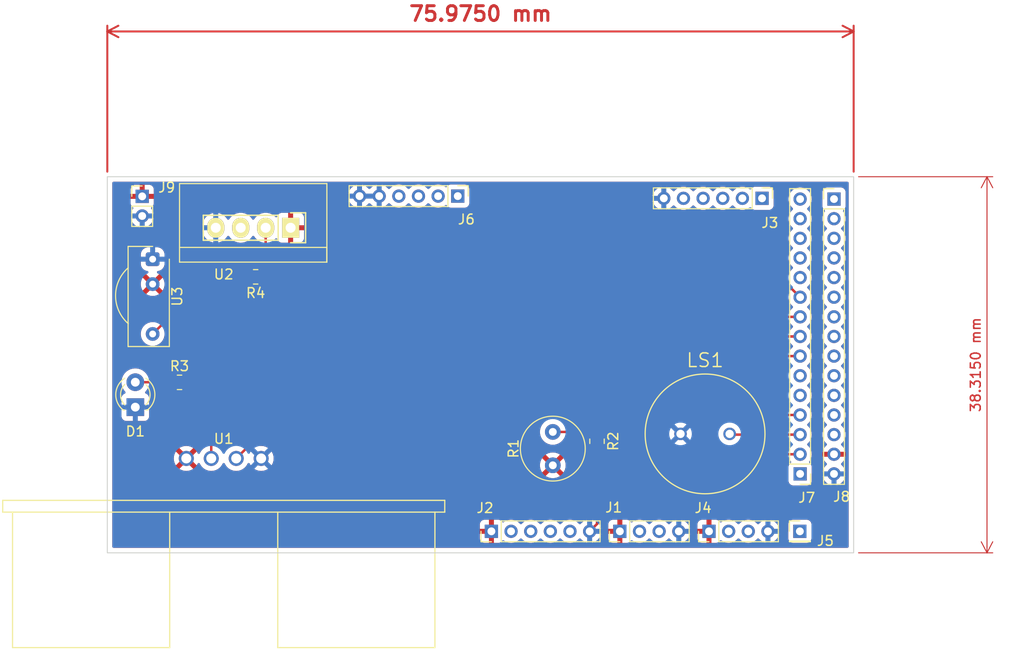
<source format=kicad_pcb>
(kicad_pcb (version 20211014) (generator pcbnew)
  (layers (0 "F.Cu" signal) (31 "B.Cu" signal) (34 "B.Paste" user) (35 "F.Paste" user) (36 "B.SilkS" user "B.Silkscreen") (37 "F.SilkS" user "F.Silkscreen") (38 "B.Mask" user) (39 "F.Mask" user) (44 "Edge.Cuts" user))
  (net 0 "")
  (net 1 "+5V")
  (net 2 "IO.TX")
  (net 3 "IO.RX")
  (net 4 "GND")
  (net 5 "IO.SCK")
  (net 6 "IO.CSB")
  (net 7 "IO.SDI")
  (net 8 "IO.SDO")
  (net 9 "+3.3V")
  (net 10 "F.IO0")
  (net 11 "F.IO1")
  (net 12 "F.CLK")
  (net 13 "F.CSB")
  (net 14 "IO11")
  (net 15 "IO12")
  (net 16 "IO7")
  (net 17 "+1V8")
  (net 18 "IO8")
  (net 19 "IO9")
  (net 20 "IO10")
  (net 21 "IO17")
  (net 22 "IO18")
  (net 23 "IO19")
  (net 24 "IO20")
  (net 25 "IO21")
  (net 26 "IO22")
  (net 27 "IO23")
  (net 28 "IO24")
  (net 29 "IO25")
  (net 30 "IO26")
  (net 31 "IO27")
  (net 32 "IO28")
  (net 33 "IO29")
  (net 34 "IO30")
  (net 35 "IO31")
  (net 36 "IO32")
  (net 37 "IO33")
  (net 38 "IO34")
  (net 39 "IO35")
  (net 40 "IO36")
  (net 41 "IO37")
  (net 43 "Net-(D1-Pad2)")
  (footprint "Resistor_SMD:R_0805_2012Metric_Pad1.20x1.40mm_HandSolder" (layer "F.Cu") (at 104.75 80.5 180)
    (fp_text reference "R4" (at 0 -1.65) (layer "F.SilkS"))
    (fp_text value "10K")
    (fp_line (start -0.227064 -0.735) (end 0.227064 -0.735) (layer "F.SilkS") (width 0.12))
    (fp_line (start -0.227064 0.735) (end 0.227064 0.735) (layer "F.SilkS") (width 0.12))
    (pad "1" smd roundrect (at -1 0 180) (size 1.2 1.4) (layers "F.Cu" "F.Paste" "F.Mask") (roundrect_rratio 0.208333) (net 24 "IO20"))
    (pad "2" smd roundrect (at 1 0 180) (size 1.2 1.4) (layers "F.Cu" "F.Paste" "F.Mask") (roundrect_rratio 0.208333) (net 1 "+5V"))
  )
  (footprint "Connector_PinHeader_2.00mm:PinHeader_1x04_P2.00mm_Vertical" (layer "F.Cu") (at 150.9 106.425 90)
    (fp_text reference "J4" (at 2.375 -0.6 180) (layer "F.SilkS"))
    (fp_text value "Conn_01x04_Male")
    (fp_line (start -1.06 0) (end -1.06 -1.06) (layer "F.SilkS") (width 0.12))
    (fp_line (start -1.06 7.06) (end 1.06 7.06) (layer "F.SilkS") (width 0.12))
    (fp_line (start 1.06 1) (end 1.06 7.06) (layer "F.SilkS") (width 0.12))
    (fp_line (start -1.06 1) (end 1.06 1) (layer "F.SilkS") (width 0.12))
    (fp_line (start -1.06 1) (end -1.06 7.06) (layer "F.SilkS") (width 0.12))
    (fp_line (start -1.06 -1.06) (end 0 -1.06) (layer "F.SilkS") (width 0.12))
    (pad "1" thru_hole rect (at 0 0 90) (size 1.35 1.35) (drill 0.8) (layers *.Cu *.Mask) (net 1 "+5V"))
    (pad "2" thru_hole oval (at 0 2 90) (size 1.35 1.35) (drill 0.8) (layers *.Cu *.Mask) (net 14 "IO11"))
    (pad "3" thru_hole oval (at 0 4 90) (size 1.35 1.35) (drill 0.8) (layers *.Cu *.Mask) (net 15 "IO12"))
    (pad "4" thru_hole oval (at 0 6 90) (size 1.35 1.35) (drill 0.8) (layers *.Cu *.Mask) (net 4 "GND"))
  )
  (footprint "OptoDevice:Vishay_CAST-3Pin" (layer "F.Cu") (at 94.265 78.7 -90)
    (fp_text reference "U3" (at 3.8 -2.5 90) (layer "F.SilkS"))
    (fp_text value "TSOP1738")
    (fp_line (start 0.9 2.5) (end 6.6 2.5) (layer "F.SilkS") (width 0.12))
    (fp_line (start -1.3 0) (end -1.3 2.5) (layer "F.SilkS") (width 0.12))
    (fp_line (start -1.3 2.5) (end 0.9 2.5) (layer "F.SilkS") (width 0.12))
    (fp_line (start 8.9 2.5) (end 8.9 -1.7) (layer "F.SilkS") (width 0.12))
    (fp_line (start 6.5 2.5) (end 8.9 2.5) (layer "F.SilkS") (width 0.12))
    (fp_line (start 8.9 -1.7) (end 0 -1.7) (layer "F.SilkS") (width 0.12))
    (fp_arc (start 6.55 2.5) (mid 3.722825 3.776095) (end 0.893744 2.504232) (layer "F.SilkS") (width 0.12))
    (pad "1" thru_hole roundrect (at 0 0 270) (size 1.4 1.4) (drill 0.7) (layers *.Cu *.Mask) (roundrect_rratio 0.178) (net 4 "GND"))
    (pad "2" thru_hole circle (at 2.54 0 270) (size 1.4 1.4) (drill 0.7) (layers *.Cu *.Mask) (net 1 "+5V"))
    (pad "3" thru_hole circle (at 7.62 0 270) (size 1.4 1.4) (drill 0.7) (layers *.Cu *.Mask) (net 23 "IO19"))
  )
  (footprint "Resistor_SMD:R_0805_2012Metric_Pad1.20x1.40mm_HandSolder" (layer "F.Cu") (at 97 91.25)
    (fp_text reference "R3" (at 0 -1.65) (layer "F.SilkS"))
    (fp_text value "100")
    (fp_line (start -0.227064 -0.735) (end 0.227064 -0.735) (layer "F.SilkS") (width 0.12))
    (fp_line (start -0.227064 0.735) (end 0.227064 0.735) (layer "F.SilkS") (width 0.12))
    (pad "1" smd roundrect (at -1 0) (size 1.2 1.4) (layers "F.Cu" "F.Paste" "F.Mask") (roundrect_rratio 0.208333) (net 43 "Net-(D1-Pad2)"))
    (pad "2" smd roundrect (at 1 0) (size 1.2 1.4) (layers "F.Cu" "F.Paste" "F.Mask") (roundrect_rratio 0.208333) (net 22 "IO18"))
  )
  (footprint "LED_THT:LED_D3.0mm_IRBlack" (layer "F.Cu") (at 92.5 93.775 90)
    (fp_text reference "D1" (at -2.475 0 180) (layer "F.SilkS"))
    (fp_text value "IR204A")
    (fp_line (start -0.29 1.08) (end -0.29 1.236) (layer "F.SilkS") (width 0.12))
    (fp_line (start -0.29 -1.236) (end -0.29 -1.08) (layer "F.SilkS") (width 0.12))
    (fp_arc (start -0.29 -1.235516) (mid 1.366487 -1.987659) (end 2.942335 -1.078608) (layer "F.SilkS") (width 0.12))
    (fp_arc (start 2.942335 1.078608) (mid 1.366487 1.987659) (end -0.29 1.235516) (layer "F.SilkS") (width 0.12))
    (fp_arc (start 0.229039 -1.08) (mid 1.270117 -1.5) (end 2.31113 -1.079837) (layer "F.SilkS") (width 0.12))
    (fp_arc (start 2.31113 1.079837) (mid 1.270117 1.5) (end 0.229039 1.08) (layer "F.SilkS") (width 0.12))
    (pad "1" thru_hole rect (at 0 0 90) (size 1.8 1.8) (drill 0.9) (layers *.Cu *.Mask) (net 4 "GND"))
    (pad "2" thru_hole circle (at 2.54 0 90) (size 1.8 1.8) (drill 0.9) (layers *.Cu *.Mask) (net 43 "Net-(D1-Pad2)"))
  )
  (footprint "Sensor:HC-SR04" (layer "F.Cu") (at 101.5 99)
    (fp_text reference "U1" (at 0 -2) (layer "F.SilkS") (effects (font (size 1.00052 1.00052))))
    (fp_text value "HC-SR04")
    (fp_line (start 21.5 5.47) (end 5.5 5.47) (layer "F.SilkS") (width 0.127))
    (fp_line (start 5.5 5.47) (end 5.5 19.27) (layer "F.SilkS") (width 0.127))
    (fp_line (start -21.5 5.47) (end -21.5 19.27) (layer "F.SilkS") (width 0.127))
    (fp_line (start 5.5 19.27) (end 21.5 19.27) (layer "F.SilkS") (width 0.127))
    (fp_line (start 22.5 5.47) (end 21.5 5.47) (layer "F.SilkS") (width 0.127))
    (fp_line (start -22.5 5.47) (end -22.5 4.27) (layer "F.SilkS") (width 0.127))
    (fp_line (start -5.5 5.47) (end -5.5 19.27) (layer "F.SilkS") (width 0.127))
    (fp_line (start -21.5 5.47) (end -22.5 5.47) (layer "F.SilkS") (width 0.127))
    (fp_line (start -22.5 4.27) (end 22.5 4.27) (layer "F.SilkS") (width 0.127))
    (fp_line (start 22.5 4.27) (end 22.5 5.47) (layer "F.SilkS") (width 0.127))
    (fp_line (start 21.5 5.47) (end 21.5 19.27) (layer "F.SilkS") (width 0.127))
    (fp_line (start -21.5 19.27) (end -5.5 19.27) (layer "F.SilkS") (width 0.127))
    (fp_line (start -5.5 5.47) (end -21.5 5.47) (layer "F.SilkS") (width 0.127))
    (fp_line (start 5.5 5.47) (end -5.5 5.47) (layer "F.SilkS") (width 0.127))
    (pad "1" thru_hole circle (at -3.81 0) (size 1.53 1.53) (drill 1.02) (layers *.Cu *.Mask) (net 1 "+5V"))
    (pad "2" thru_hole circle (at -1.27 0) (size 1.53 1.53) (drill 1.02) (layers *.Cu *.Mask) (net 21 "IO17"))
    (pad "3" thru_hole circle (at 1.27 0) (size 1.53 1.53) (drill 1.02) (layers *.Cu *.Mask) (net 20 "IO10"))
    (pad "4" thru_hole circle (at 3.81 0) (size 1.53 1.53) (drill 1.02) (layers *.Cu *.Mask) (net 4 "GND"))
  )
  (footprint "Connector_PinHeader_2.00mm:PinHeader_1x04_P2.00mm_Vertical" (layer "F.Cu") (at 141.825 106.425 90)
    (fp_text reference "J1" (at 2.425 -0.625 180) (layer "F.SilkS"))
    (fp_text value "Conn_01x04_Male")
    (fp_line (start -1.06 1) (end -1.06 7.06) (layer "F.SilkS") (width 0.12))
    (fp_line (start -1.06 1) (end 1.06 1) (layer "F.SilkS") (width 0.12))
    (fp_line (start -1.06 0) (end -1.06 -1.06) (layer "F.SilkS") (width 0.12))
    (fp_line (start 1.06 1) (end 1.06 7.06) (layer "F.SilkS") (width 0.12))
    (fp_line (start -1.06 7.06) (end 1.06 7.06) (layer "F.SilkS") (width 0.12))
    (fp_line (start -1.06 -1.06) (end 0 -1.06) (layer "F.SilkS") (width 0.12))
    (pad "1" thru_hole rect (at 0 0 90) (size 1.35 1.35) (drill 0.8) (layers *.Cu *.Mask) (net 1 "+5V"))
    (pad "2" thru_hole oval (at 0 2 90) (size 1.35 1.35) (drill 0.8) (layers *.Cu *.Mask) (net 2 "IO.TX"))
    (pad "3" thru_hole oval (at 0 4 90) (size 1.35 1.35) (drill 0.8) (layers *.Cu *.Mask) (net 3 "IO.RX"))
    (pad "4" thru_hole oval (at 0 6 90) (size 1.35 1.35) (drill 0.8) (layers *.Cu *.Mask) (net 4 "GND"))
  )
  (footprint "Connector_PinHeader_2.00mm:PinHeader_1x06_P2.00mm_Vertical" (layer "F.Cu") (at 156.3 72.5 -90)
    (fp_text reference "J3" (at 2.5 -0.8 180) (layer "F.SilkS"))
    (fp_text value "Conn_01x06_Male")
    (fp_line (start -1.06 1) (end 1.06 1) (layer "F.SilkS") (width 0.12))
    (fp_line (start 1.06 1) (end 1.06 11.06) (layer "F.SilkS") (width 0.12))
    (fp_line (start -1.06 0) (end -1.06 -1.06) (layer "F.SilkS") (width 0.12))
    (fp_line (start -1.06 -1.06) (end 0 -1.06) (layer "F.SilkS") (width 0.12))
    (fp_line (start -1.06 11.06) (end 1.06 11.06) (layer "F.SilkS") (width 0.12))
    (fp_line (start -1.06 1) (end -1.06 11.06) (layer "F.SilkS") (width 0.12))
    (pad "1" thru_hole rect (at 0 0 270) (size 1.35 1.35) (drill 0.8) (layers *.Cu *.Mask) (net 9 "+3.3V"))
    (pad "2" thru_hole oval (at 0 2 270) (size 1.35 1.35) (drill 0.8) (layers *.Cu *.Mask) (net 10 "F.IO0"))
    (pad "3" thru_hole oval (at 0 4 270) (size 1.35 1.35) (drill 0.8) (layers *.Cu *.Mask) (net 11 "F.IO1"))
    (pad "4" thru_hole oval (at 0 6 270) (size 1.35 1.35) (drill 0.8) (layers *.Cu *.Mask) (net 12 "F.CLK"))
    (pad "5" thru_hole oval (at 0 8 270) (size 1.35 1.35) (drill 0.8) (layers *.Cu *.Mask) (net 13 "F.CSB"))
    (pad "6" thru_hole oval (at 0 10 270) (size 1.35 1.35) (drill 0.8) (layers *.Cu *.Mask) (net 4 "GND"))
  )
  (footprint "Connector_PinHeader_2.00mm:PinHeader_1x06_P2.00mm_Vertical" (layer "F.Cu") (at 125.325 72.275 -90)
    (fp_text reference "J6" (at 2.375 -0.875) (layer "F.SilkS"))
    (fp_text value "Conn_01x06_Male")
    (fp_line (start 1.06 1) (end 1.06 11.06) (layer "F.SilkS") (width 0.12))
    (fp_line (start -1.06 -1.06) (end 0 -1.06) (layer "F.SilkS") (width 0.12))
    (fp_line (start -1.06 1) (end 1.06 1) (layer "F.SilkS") (width 0.12))
    (fp_line (start -1.06 0) (end -1.06 -1.06) (layer "F.SilkS") (width 0.12))
    (fp_line (start -1.06 11.06) (end 1.06 11.06) (layer "F.SilkS") (width 0.12))
    (fp_line (start -1.06 1) (end -1.06 11.06) (layer "F.SilkS") (width 0.12))
    (pad "1" thru_hole rect (at 0 0 270) (size 1.35 1.35) (drill 0.8) (layers *.Cu *.Mask) (net 17 "+1V8"))
    (pad "2" thru_hole oval (at 0 2 270) (size 1.35 1.35) (drill 0.8) (layers *.Cu *.Mask) (net 17 "+1V8"))
    (pad "3" thru_hole oval (at 0 4 270) (size 1.35 1.35) (drill 0.8) (layers *.Cu *.Mask) (net 9 "+3.3V"))
    (pad "4" thru_hole oval (at 0 6 270) (size 1.35 1.35) (drill 0.8) (layers *.Cu *.Mask) (net 9 "+3.3V"))
    (pad "5" thru_hole oval (at 0 8 270) (size 1.35 1.35) (drill 0.8) (layers *.Cu *.Mask) (net 4 "GND"))
    (pad "6" thru_hole oval (at 0 10 270) (size 1.35 1.35) (drill 0.8) (layers *.Cu *.Mask) (net 4 "GND"))
  )
  (footprint "Connector_PinHeader_2.00mm:PinHeader_1x06_P2.00mm_Vertical" (layer "F.Cu") (at 128.75 106.425 90)
    (fp_text reference "J2" (at 2.375 -0.65 180) (layer "F.SilkS"))
    (fp_text value "Conn_01x06_Male")
    (fp_line (start -1.06 0) (end -1.06 -1.06) (layer "F.SilkS") (width 0.12))
    (fp_line (start -1.06 1) (end 1.06 1) (layer "F.SilkS") (width 0.12))
    (fp_line (start 1.06 1) (end 1.06 11.06) (layer "F.SilkS") (width 0.12))
    (fp_line (start -1.06 1) (end -1.06 11.06) (layer "F.SilkS") (width 0.12))
    (fp_line (start -1.06 -1.06) (end 0 -1.06) (layer "F.SilkS") (width 0.12))
    (fp_line (start -1.06 11.06) (end 1.06 11.06) (layer "F.SilkS") (width 0.12))
    (pad "1" thru_hole rect (at 0 0 90) (size 1.35 1.35) (drill 0.8) (layers *.Cu *.Mask) (net 1 "+5V"))
    (pad "2" thru_hole oval (at 0 2 90) (size 1.35 1.35) (drill 0.8) (layers *.Cu *.Mask) (net 5 "IO.SCK"))
    (pad "3" thru_hole oval (at 0 4 90) (size 1.35 1.35) (drill 0.8) (layers *.Cu *.Mask) (net 6 "IO.CSB"))
    (pad "4" thru_hole oval (at 0 6 90) (size 1.35 1.35) (drill 0.8) (layers *.Cu *.Mask) (net 7 "IO.SDI"))
    (pad "5" thru_hole oval (at 0 8 90) (size 1.35 1.35) (drill 0.8) (layers *.Cu *.Mask) (net 8 "IO.SDO"))
    (pad "6" thru_hole oval (at 0 10 90) (size 1.35 1.35) (drill 0.8) (layers *.Cu *.Mask) (net 4 "GND"))
  )
  (footprint "Connector_PinHeader_2.00mm:PinHeader_1x15_P2.00mm_Vertical" (layer "F.Cu") (at 160.175 100.575 180)
    (fp_text reference "J7" (at -0.675 -2.425) (layer "F.SilkS"))
    (fp_text value "Conn_01x15_Male")
    (fp_line (start -1.06 -1.06) (end 0 -1.06) (layer "F.SilkS") (width 0.12))
    (fp_line (start -1.06 29.06) (end 1.06 29.06) (layer "F.SilkS") (width 0.12))
    (fp_line (start -1.06 1) (end 1.06 1) (layer "F.SilkS") (width 0.12))
    (fp_line (start -1.06 0) (end -1.06 -1.06) (layer "F.SilkS") (width 0.12))
    (fp_line (start 1.06 1) (end 1.06 29.06) (layer "F.SilkS") (width 0.12))
    (fp_line (start -1.06 1) (end -1.06 29.06) (layer "F.SilkS") (width 0.12))
    (pad "1" thru_hole rect (at 0 0 180) (size 1.35 1.35) (drill 0.8) (layers *.Cu *.Mask) (net 16 "IO7"))
    (pad "2" thru_hole oval (at 0 2 180) (size 1.35 1.35) (drill 0.8) (layers *.Cu *.Mask) (net 18 "IO8"))
    (pad "3" thru_hole oval (at 0 4 180) (size 1.35 1.35) (drill 0.8) (layers *.Cu *.Mask) (net 19 "IO9"))
    (pad "4" thru_hole oval (at 0 6 180) (size 1.35 1.35) (drill 0.8) (layers *.Cu *.Mask) (net 20 "IO10"))
    (pad "5" thru_hole oval (at 0 8 180) (size 1.35 1.35) (drill 0.8) (layers *.Cu *.Mask) (net 14 "IO11"))
    (pad "6" thru_hole oval (at 0 10 180) (size 1.35 1.35) (drill 0.8) (layers *.Cu *.Mask) (net 15 "IO12"))
    (pad "7" thru_hole oval (at 0 12 180) (size 1.35 1.35) (drill 0.8) (layers *.Cu *.Mask) (net 21 "IO17"))
    (pad "8" thru_hole oval (at 0 14 180) (size 1.35 1.35) (drill 0.8) (layers *.Cu *.Mask) (net 22 "IO18"))
    (pad "9" thru_hole oval (at 0 16 180) (size 1.35 1.35) (drill 0.8) (layers *.Cu *.Mask) (net 23 "IO19"))
    (pad "10" thru_hole oval (at 0 18 180) (size 1.35 1.35) (drill 0.8) (layers *.Cu *.Mask) (net 24 "IO20"))
    (pad "11" thru_hole oval (at 0 20 180) (size 1.35 1.35) (drill 0.8) (layers *.Cu *.Mask) (net 25 "IO21"))
    (pad "12" thru_hole oval (at 0 22 180) (size 1.35 1.35) (drill 0.8) (layers *.Cu *.Mask) (net 26 "IO22"))
    (pad "13" thru_hole oval (at 0 24 180) (size 1.35 1.35) (drill 0.8) (layers *.Cu *.Mask) (net 27 "IO23"))
    (pad "14" thru_hole oval (at 0 26 180) (size 1.35 1.35) (drill 0.8) (layers *.Cu *.Mask) (net 28 "IO24"))
    (pad "15" thru_hole oval (at 0 28 180) (size 1.35 1.35) (drill 0.8) (layers *.Cu *.Mask) (net 29 "IO25"))
  )
  (footprint "Sensor:DHT22_Temperature_Humidity" (layer "F.Cu") (at 104.5 75.5 180)
    (fp_text reference "U2" (at 3 -4.75) (layer "F.SilkS"))
    (fp_text value "DHT22")
    (fp_line (start 7.5 4.5) (end -7.5 4.5) (layer "F.SilkS") (width 0.12))
    (fp_line (start 5.08 1.27) (end -2.54 1.27) (layer "F.SilkS") (width 0.15))
    (fp_line (start -2.54 -1.27) (end 5.08 -1.27) (layer "F.SilkS") (width 0.15))
    (fp_line (start -7.5 4.5) (end -7.5 -3.5) (layer "F.SilkS") (width 0.12))
    (fp_line (start -2.54 1.27) (end -2.54 -1.27) (layer "F.SilkS") (width 0.15))
    (fp_line (start -7.5 -3.5) (end -7.5 -2) (layer "F.SilkS") (width 0.12))
    (fp_line (start -7.5 -2) (end 7.5 -2) (layer "F.SilkS") (width 0.12))
    (fp_line (start -3.81 -1.524) (end -5.334 -1.524) (layer "F.SilkS") (width 0.15))
    (fp_line (start -5.334 1.524) (end -3.81 1.524) (layer "F.SilkS") (width 0.15))
    (fp_line (start -7.5 -3.5) (end 7.5 -3.5) (layer "F.SilkS") (width 0.12))
    (fp_line (start -5.334 -1.524) (end -5.334 1.524) (layer "F.SilkS") (width 0.15))
    (fp_line (start 5.08 -1.27) (end 5.08 1.27) (layer "F.SilkS") (width 0.15))
    (fp_line (start 7.5 -3.5) (end 7.5 4.5) (layer "F.SilkS") (width 0.12))
    (pad "1" thru_hole rect (at -3.81 0 270) (size 2.032 1.7272) (drill 1.016) (layers *.Cu *.Mask "F.SilkS") (net 1 "+5V"))
    (pad "2" thru_hole oval (at -1.27 0 270) (size 2.032 1.7272) (drill 1.016) (layers *.Cu *.Mask "F.SilkS") (net 24 "IO20"))
    (pad "3" thru_hole oval (at 1.27 0 270) (size 2.032 1.7272) (drill 1.016) (layers *.Cu *.Mask "F.SilkS"))
    (pad "4" thru_hole oval (at 3.81 0 270) (size 2.032 1.7272) (drill 1.016) (layers *.Cu *.Mask "F.SilkS") (net 4 "GND"))
  )
  (footprint "Sensor:PS1240P02BT" (layer "F.Cu") (at 150.5 96.5 180)
    (fp_text reference "LS1" (at 0 7.5) (layer "F.SilkS") (effects (font (size 1.4 1.4))))
    (fp_text value "PS1240P02BT")
    (fp_circle (center 0 0) (end 6.1 0) (layer "F.SilkS") (width 0.127) (fill none))
    (pad "1" thru_hole circle (at -2.5 0 180) (size 1.28 1.28) (drill 0.85) (layers *.Cu *.Mask) (net 19 "IO9"))
    (pad "2" thru_hole circle (at 2.5 0 180) (size 1.28 1.28) (drill 0.85) (layers *.Cu *.Mask) (net 4 "GND"))
  )
  (footprint "OptoDevice:R_LDR_D6.4mm_P3.4mm_Vertical" (layer "F.Cu") (at 135 99.7 90)
    (fp_text reference "R1" (at 1.7 -4 90) (layer "F.SilkS"))
    (fp_text value "A1050")
    (fp_circle (center 1.7 0) (end 5 -0.1) (layer "F.SilkS") (width 0.12) (fill none))
    (pad "1" thru_hole circle (at 0 0 90) (size 1.6 1.6) (drill 0.8) (layers *.Cu *.Mask) (net 1 "+5V"))
    (pad "2" thru_hole circle (at 3.4 0 90) (size 1.6 1.6) (drill 0.8) (layers *.Cu *.Mask) (net 18 "IO8"))
  )
  (footprint "Connector_PinHeader_2.00mm:PinHeader_1x15_P2.00mm_Vertical" (layer "F.Cu") (at 163.625 72.575)
    (fp_text reference "J8" (at 0.775 30.325) (layer "F.SilkS"))
    (fp_text value "Conn_01x15_Male")
    (fp_line (start -1.06 1) (end 1.06 1) (layer "F.SilkS") (width 0.12))
    (fp_line (start 1.06 1) (end 1.06 29.06) (layer "F.SilkS") (width 0.12))
    (fp_line (start -1.06 -1.06) (end 0 -1.06) (layer "F.SilkS") (width 0.12))
    (fp_line (start -1.06 29.06) (end 1.06 29.06) (layer "F.SilkS") (width 0.12))
    (fp_line (start -1.06 1) (end -1.06 29.06) (layer "F.SilkS") (width 0.12))
    (fp_line (start -1.06 0) (end -1.06 -1.06) (layer "F.SilkS") (width 0.12))
    (pad "1" thru_hole rect (at 0 0) (size 1.35 1.35) (drill 0.8) (layers *.Cu *.Mask) (net 30 "IO26"))
    (pad "2" thru_hole oval (at 0 2) (size 1.35 1.35) (drill 0.8) (layers *.Cu *.Mask) (net 31 "IO27"))
    (pad "3" thru_hole oval (at 0 4) (size 1.35 1.35) (drill 0.8) (layers *.Cu *.Mask) (net 32 "IO28"))
    (pad "4" thru_hole oval (at 0 6) (size 1.35 1.35) (drill 0.8) (layers *.Cu *.Mask) (net 33 "IO29"))
    (pad "5" thru_hole oval (at 0 8) (size 1.35 1.35) (drill 0.8) (layers *.Cu *.Mask) (net 34 "IO30"))
    (pad "6" thru_hole oval (at 0 10) (size 1.35 1.35) (drill 0.8) (layers *.Cu *.Mask) (net 35 "IO31"))
    (pad "7" thru_hole oval (at 0 12) (size 1.35 1.35) (drill 0.8) (layers *.Cu *.Mask) (net 36 "IO32"))
    (pad "8" thru_hole oval (at 0 14) (size 1.35 1.35) (drill 0.8) (layers *.Cu *.Mask) (net 37 "IO33"))
    (pad "9" thru_hole oval (at 0 16) (size 1.35 1.35) (drill 0.8) (layers *.Cu *.Mask) (net 38 "IO34"))
    (pad "10" thru_hole oval (at 0 18) (size 1.35 1.35) (drill 0.8) (layers *.Cu *.Mask) (net 39 "IO35"))
    (pad "11" thru_hole oval (at 0 20) (size 1.35 1.35) (drill 0.8) (layers *.Cu *.Mask) (net 40 "IO36"))
    (pad "12" thru_hole oval (at 0 22) (size 1.35 1.35) (drill 0.8) (layers *.Cu *.Mask) (net 41 "IO37"))
    (pad "13" thru_hole oval (at 0 24) (size 1.35 1.35) (drill 0.8) (layers *.Cu *.Mask))
    (pad "14" thru_hole oval (at 0 26) (size 1.35 1.35) (drill 0.8) (layers *.Cu *.Mask) (net 1 "+5V"))
    (pad "15" thru_hole oval (at 0 28) (size 1.35 1.35) (drill 0.8) (layers *.Cu *.Mask) (net 4 "GND"))
  )
  (footprint "Connector_PinHeader_2.00mm:PinHeader_1x01_P2.00mm_Vertical" (layer "F.Cu") (at 160.15 106.425)
    (fp_text reference "J5" (at 2.6 0.975) (layer "F.SilkS"))
    (fp_text value "Conn_01x01_Male")
    (fp_line (start -1.06 1) (end -1.06 1.06) (layer "F.SilkS") (width 0.12))
    (fp_line (start 1.06 1) (end 1.06 1.06) (layer "F.SilkS") (width 0.12))
    (fp_line (start -1.06 1.06) (end 1.06 1.06) (layer "F.SilkS") (width 0.12))
    (fp_line (start -1.06 1) (end 1.06 1) (layer "F.SilkS") (width 0.12))
    (fp_line (start -1.06 0) (end -1.06 -1.06) (layer "F.SilkS") (width 0.12))
    (fp_line (start -1.06 -1.06) (end 0 -1.06) (layer "F.SilkS") (width 0.12))
    (pad "1" thru_hole rect (at 0 0) (size 1.35 1.35) (drill 0.8) (layers *.Cu *.Mask) (net 16 "IO7"))
  )
  (footprint "Resistor_SMD:R_0805_2012Metric_Pad1.20x1.40mm_HandSolder" (layer "F.Cu") (at 139.5 97.25 -90)
    (fp_text reference "R2" (at 0 -1.65 90) (layer "F.SilkS"))
    (fp_text value "10K")
    (fp_line (start -0.227064 0.735) (end 0.227064 0.735) (layer "F.SilkS") (width 0.12))
    (fp_line (start -0.227064 -0.735) (end 0.227064 -0.735) (layer "F.SilkS") (width 0.12))
    (pad "1" smd roundrect (at -1 0 270) (size 1.2 1.4) (layers "F.Cu" "F.Paste" "F.Mask") (roundrect_rratio 0.208333) (net 18 "IO8"))
    (pad "2" smd roundrect (at 1 0 270) (size 1.2 1.4) (layers "F.Cu" "F.Paste" "F.Mask") (roundrect_rratio 0.208333) (net 4 "GND"))
  )
  (footprint "Connector_PinHeader_2.00mm:PinHeader_1x02_P2.00mm_Vertical" (layer "F.Cu") (at 93.2 72.3)
    (fp_text reference "J9" (at 2.5 -0.9) (layer "F.SilkS"))
    (fp_text value "Conn_01x02_Male")
    (fp_line (start -1.06 1) (end -1.06 3.06) (layer "F.SilkS") (width 0.12))
    (fp_line (start -1.06 1) (end 1.06 1) (layer "F.SilkS") (width 0.12))
    (fp_line (start -1.06 -1.06) (end 0 -1.06) (layer "F.SilkS") (width 0.12))
    (fp_line (start -1.06 0) (end -1.06 -1.06) (layer "F.SilkS") (width 0.12))
    (fp_line (start 1.06 1) (end 1.06 3.06) (layer "F.SilkS") (width 0.12))
    (fp_line (start -1.06 3.06) (end 1.06 3.06) (layer "F.SilkS") (width 0.12))
    (pad "1" thru_hole rect (at 0 0) (size 1.35 1.35) (drill 0.8) (layers *.Cu *.Mask) (net 1 "+5V"))
    (pad "2" thru_hole oval (at 0 2) (size 1.35 1.35) (drill 0.8) (layers *.Cu *.Mask) (net 4 "GND"))
  )
  (gr_rect (start 89.65 70.3) (end 165.625 108.615) (layer "Edge.Cuts") (width 0.1) (fill none))
  (dimension (type aligned) (layer "F.Cu") (pts (xy 89.65 70.285) (xy 165.625 70.285)) (height -14.785) (gr_text "75.9750 mm" (at 127.6375 53.7) (layer "F.Cu") (effects (font (size 1.5 1.5) (thickness 0.3)))) (format (units 3) (units_format 1) (precision 4)) (style (thickness 0.2) (arrow_length 1.27) (text_position_mode 0) (extension_height 0.58642) (extension_offset 0.5) keep_text_aligned))
  (dimension (type aligned) (layer "F.Cu") (pts (xy 165.625 70.3) (xy 165.625 108.615)) (height -13.575) (gr_text "38.3150 mm" (at 178.05 89.4575 90) (layer "F.Cu") (effects (font (size 1 1) (thickness 0.15)))) (format (units 3) (units_format 1) (precision 4)) (style (thickness 0.1) (arrow_length 1.27) (text_position_mode 0) (extension_height 0.58642) (extension_offset 0.5) keep_text_aligned))
  (segment (start 139.5 98.25) (end 139.5 105.675) (width 0.25) (layer "F.Cu") (net 4))
  (segment (start 139.5 105.675) (end 138.75 106.425) (width 0.25) (layer "F.Cu") (net 4))
  (segment (start 135 96.3) (end 139.45 96.3) (width 0.25) (layer "F.Cu") (net 18))
  (segment (start 139.45 96.3) (end 139.5 96.25) (width 0.25) (layer "F.Cu") (net 18))
  (segment (start 141.825 98.575) (end 139.5 96.25) (width 0.25) (layer "F.Cu") (net 18))
  (segment (start 160.175 98.575) (end 141.825 98.575) (width 0.25) (layer "F.Cu") (net 18))
  (segment (start 153.075 96.575) (end 153 96.5) (width 0.25) (layer "F.Cu") (net 19))
  (segment (start 160.175 96.575) (end 153.075 96.575) (width 0.25) (layer "F.Cu") (net 19))
  (segment (start 102.77 99) (end 107.195 94.575) (width 0.25) (layer "F.Cu") (net 20))
  (segment (start 107.195 94.575) (end 160.175 94.575) (width 0.25) (layer "F.Cu") (net 20))
  (segment (start 109.175 88.575) (end 160.175 88.575) (width 0.25) (layer "F.Cu") (net 21))
  (segment (start 100.23 97.52) (end 109.175 88.575) (width 0.25) (layer "F.Cu") (net 21))
  (segment (start 100.23 99) (end 100.23 97.52) (width 0.25) (layer "F.Cu") (net 21))
  (segment (start 98 91.25) (end 102.675 86.575) (width 0.25) (layer "F.Cu") (net 22))
  (segment (start 102.675 86.575) (end 160.175 86.575) (width 0.25) (layer "F.Cu") (net 22))
  (segment (start 96.01 84.575) (end 94.265 86.32) (width 0.25) (layer "F.Cu") (net 23))
  (segment (start 160.175 84.575) (end 96.01 84.575) (width 0.25) (layer "F.Cu") (net 23))
  (segment (start 158.1 80.5) (end 160.175 82.575) (width 0.25) (layer "F.Cu") (net 24))
  (segment (start 105.77 75.5) (end 105.77 80.48) (width 0.25) (layer "F.Cu") (net 24))
  (segment (start 105.77 80.48) (end 105.75 80.5) (width 0.25) (layer "F.Cu") (net 24))
  (segment (start 105.75 80.5) (end 158.1 80.5) (width 0.25) (layer "F.Cu") (net 24))
  (segment (start 92.5 91.235) (end 95.985 91.235) (width 0.25) (layer "F.Cu") (net 43))
  (segment (start 95.985 91.235) (end 96 91.25) (width 0.25) (layer "F.Cu") (net 43))
  (zone (net 1) (net_name "+5V") (layer "F.Cu") (connect_pads (clearance 0.508)) (min_thickness 0.254) (fill yes (thermal_gap 0.508) (thermal_bridge_width 0.508))
    (polygon (pts (xy 166 109) (xy 89.5 109) (xy 89.5 70) (xy 166 70)))
  )
  (zone (net 4) (net_name "GND") (layer "B.Cu") (connect_pads (clearance 0.508)) (min_thickness 0.254) (fill yes (thermal_gap 0.508) (thermal_bridge_width 0.508))
    (polygon (pts (xy 166 109) (xy 89.5 109) (xy 89.5 70) (xy 165.996753 69.999979)))
  )
)
</source>
